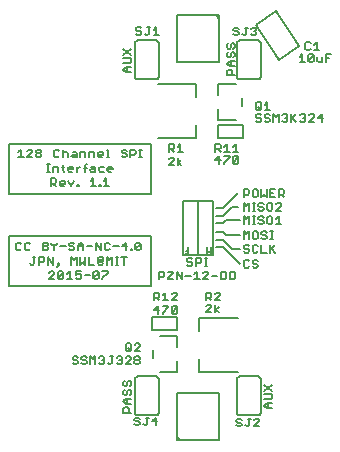
<source format=gto>
G75*
%MOIN*%
%OFA0B0*%
%FSLAX24Y24*%
%IPPOS*%
%LPD*%
%AMOC8*
5,1,8,0,0,1.08239X$1,22.5*
%
%ADD10C,0.0060*%
%ADD11C,0.0050*%
%ADD12C,0.0080*%
D10*
X008026Y016620D02*
X007983Y016663D01*
X008026Y016620D02*
X008113Y016620D01*
X008156Y016663D01*
X008156Y016707D01*
X008113Y016750D01*
X008026Y016750D01*
X007983Y016793D01*
X007983Y016837D01*
X008026Y016880D01*
X008113Y016880D01*
X008156Y016837D01*
X008277Y016837D02*
X008277Y016793D01*
X008321Y016750D01*
X008408Y016750D01*
X008451Y016707D01*
X008451Y016663D01*
X008408Y016620D01*
X008321Y016620D01*
X008277Y016663D01*
X008277Y016837D02*
X008321Y016880D01*
X008408Y016880D01*
X008451Y016837D01*
X008572Y016880D02*
X008659Y016793D01*
X008746Y016880D01*
X008746Y016620D01*
X008867Y016663D02*
X008910Y016620D01*
X008997Y016620D01*
X009040Y016663D01*
X009040Y016707D01*
X008997Y016750D01*
X008953Y016750D01*
X008997Y016750D02*
X009040Y016793D01*
X009040Y016837D01*
X008997Y016880D01*
X008910Y016880D01*
X008867Y016837D01*
X009161Y016663D02*
X009205Y016620D01*
X009248Y016620D01*
X009292Y016663D01*
X009292Y016880D01*
X009335Y016880D02*
X009248Y016880D01*
X009456Y016837D02*
X009499Y016880D01*
X009586Y016880D01*
X009630Y016837D01*
X009630Y016793D01*
X009586Y016750D01*
X009630Y016707D01*
X009630Y016663D01*
X009586Y016620D01*
X009499Y016620D01*
X009456Y016663D01*
X009543Y016750D02*
X009586Y016750D01*
X009751Y016837D02*
X009794Y016880D01*
X009881Y016880D01*
X009924Y016837D01*
X009924Y016793D01*
X009751Y016620D01*
X009924Y016620D01*
X010045Y016663D02*
X010045Y016707D01*
X010089Y016750D01*
X010175Y016750D01*
X010219Y016707D01*
X010219Y016663D01*
X010175Y016620D01*
X010089Y016620D01*
X010045Y016663D01*
X010089Y016750D02*
X010045Y016793D01*
X010045Y016837D01*
X010089Y016880D01*
X010175Y016880D01*
X010219Y016837D01*
X010219Y016793D01*
X010175Y016750D01*
X010224Y017053D02*
X010050Y017053D01*
X010224Y017227D01*
X010224Y017270D01*
X010180Y017313D01*
X010093Y017313D01*
X010050Y017270D01*
X009929Y017270D02*
X009929Y017096D01*
X009886Y017053D01*
X009799Y017053D01*
X009755Y017096D01*
X009755Y017270D01*
X009799Y017313D01*
X009886Y017313D01*
X009929Y017270D01*
X009842Y017140D02*
X009929Y017053D01*
X010160Y016210D02*
X010760Y016210D01*
X010777Y016208D01*
X010794Y016204D01*
X010810Y016197D01*
X010824Y016187D01*
X010837Y016174D01*
X010847Y016160D01*
X010854Y016144D01*
X010858Y016127D01*
X010860Y016110D01*
X010860Y015010D01*
X010858Y014993D01*
X010854Y014976D01*
X010847Y014960D01*
X010837Y014946D01*
X010824Y014933D01*
X010810Y014923D01*
X010794Y014916D01*
X010777Y014912D01*
X010760Y014910D01*
X010160Y014910D01*
X010178Y014838D02*
X010091Y014838D01*
X010048Y014794D01*
X010048Y014751D01*
X010091Y014708D01*
X010178Y014708D01*
X010222Y014664D01*
X010222Y014621D01*
X010178Y014577D01*
X010091Y014577D01*
X010048Y014621D01*
X010222Y014794D02*
X010178Y014838D01*
X010160Y014910D02*
X010143Y014912D01*
X010126Y014916D01*
X010110Y014923D01*
X010096Y014933D01*
X010083Y014946D01*
X010073Y014960D01*
X010066Y014976D01*
X010062Y014993D01*
X010060Y015010D01*
X010060Y016110D01*
X010062Y016127D01*
X010066Y016144D01*
X010073Y016160D01*
X010083Y016174D01*
X010096Y016187D01*
X010110Y016197D01*
X010126Y016204D01*
X010143Y016208D01*
X010160Y016210D01*
X009940Y016015D02*
X009940Y015928D01*
X009897Y015885D01*
X009810Y015928D02*
X009810Y016015D01*
X009853Y016058D01*
X009897Y016058D01*
X009940Y016015D01*
X009810Y015928D02*
X009767Y015885D01*
X009723Y015885D01*
X009680Y015928D01*
X009680Y016015D01*
X009723Y016058D01*
X009723Y015763D02*
X009680Y015720D01*
X009680Y015633D01*
X009723Y015590D01*
X009767Y015590D01*
X009810Y015633D01*
X009810Y015720D01*
X009853Y015763D01*
X009897Y015763D01*
X009940Y015720D01*
X009940Y015633D01*
X009897Y015590D01*
X009940Y015469D02*
X009767Y015469D01*
X009680Y015382D01*
X009767Y015295D01*
X009940Y015295D01*
X009810Y015295D02*
X009810Y015469D01*
X009810Y015174D02*
X009723Y015174D01*
X009680Y015131D01*
X009680Y015001D01*
X009940Y015001D01*
X009853Y015001D02*
X009853Y015131D01*
X009810Y015174D01*
X010429Y014838D02*
X010516Y014838D01*
X010473Y014838D02*
X010473Y014621D01*
X010429Y014577D01*
X010386Y014577D01*
X010343Y014621D01*
X010637Y014708D02*
X010811Y014708D01*
X010767Y014838D02*
X010767Y014577D01*
X010637Y014708D02*
X010767Y014838D01*
X010828Y018290D02*
X010828Y018550D01*
X010698Y018420D01*
X010872Y018420D01*
X010993Y018333D02*
X010993Y018290D01*
X010993Y018333D02*
X011166Y018507D01*
X011166Y018550D01*
X010993Y018550D01*
X010993Y018740D02*
X011166Y018740D01*
X011079Y018740D02*
X011079Y019000D01*
X010993Y018913D01*
X010872Y018870D02*
X010828Y018827D01*
X010698Y018827D01*
X010785Y018827D02*
X010872Y018740D01*
X010872Y018870D02*
X010872Y018957D01*
X010828Y019000D01*
X010698Y019000D01*
X010698Y018740D01*
X010864Y019440D02*
X010864Y019700D01*
X010994Y019700D01*
X011038Y019657D01*
X011038Y019570D01*
X010994Y019527D01*
X010864Y019527D01*
X011159Y019483D02*
X011159Y019440D01*
X011332Y019440D01*
X011453Y019440D02*
X011453Y019700D01*
X011627Y019440D01*
X011627Y019700D01*
X011748Y019570D02*
X011922Y019570D01*
X012043Y019613D02*
X012129Y019700D01*
X012129Y019440D01*
X012043Y019440D02*
X012216Y019440D01*
X012337Y019440D02*
X012511Y019613D01*
X012511Y019657D01*
X012467Y019700D01*
X012381Y019700D01*
X012337Y019657D01*
X012337Y019440D02*
X012511Y019440D01*
X012632Y019570D02*
X012805Y019570D01*
X012927Y019440D02*
X013057Y019440D01*
X013100Y019483D01*
X013100Y019657D01*
X013057Y019700D01*
X012927Y019700D01*
X012927Y019440D01*
X013221Y019440D02*
X013221Y019700D01*
X013351Y019700D01*
X013395Y019657D01*
X013395Y019483D01*
X013351Y019440D01*
X013221Y019440D01*
X012865Y019000D02*
X012778Y019000D01*
X012735Y018957D01*
X012613Y018957D02*
X012613Y018870D01*
X012570Y018827D01*
X012440Y018827D01*
X012527Y018827D02*
X012613Y018740D01*
X012735Y018740D02*
X012908Y018913D01*
X012908Y018957D01*
X012865Y019000D01*
X012613Y018957D02*
X012570Y019000D01*
X012440Y019000D01*
X012440Y018740D01*
X012483Y018600D02*
X012440Y018557D01*
X012483Y018600D02*
X012570Y018600D01*
X012613Y018557D01*
X012613Y018513D01*
X012440Y018340D01*
X012613Y018340D01*
X012735Y018340D02*
X012735Y018600D01*
X012735Y018740D02*
X012908Y018740D01*
X012865Y018513D02*
X012735Y018427D01*
X012865Y018340D01*
X012473Y019890D02*
X012386Y019890D01*
X012430Y019890D02*
X012430Y020150D01*
X012473Y020150D02*
X012386Y020150D01*
X012265Y020107D02*
X012265Y020020D01*
X012222Y019977D01*
X012092Y019977D01*
X012092Y019890D02*
X012092Y020150D01*
X012222Y020150D01*
X012265Y020107D01*
X011971Y020107D02*
X011927Y020150D01*
X011841Y020150D01*
X011797Y020107D01*
X011797Y020063D01*
X011841Y020020D01*
X011927Y020020D01*
X011971Y019977D01*
X011971Y019933D01*
X011927Y019890D01*
X011841Y019890D01*
X011797Y019933D01*
X011332Y019700D02*
X011332Y019657D01*
X011159Y019483D01*
X011159Y019700D02*
X011332Y019700D01*
X011331Y019000D02*
X011287Y018957D01*
X011331Y019000D02*
X011417Y019000D01*
X011461Y018957D01*
X011461Y018913D01*
X011287Y018740D01*
X011461Y018740D01*
X011417Y018550D02*
X011461Y018507D01*
X011287Y018333D01*
X011331Y018290D01*
X011417Y018290D01*
X011461Y018333D01*
X011461Y018507D01*
X011417Y018550D02*
X011331Y018550D01*
X011287Y018507D01*
X011287Y018333D01*
X010212Y020410D02*
X010125Y020410D01*
X010082Y020453D01*
X010255Y020627D01*
X010255Y020453D01*
X010212Y020410D01*
X010082Y020453D02*
X010082Y020627D01*
X010125Y020670D01*
X010212Y020670D01*
X010255Y020627D01*
X009978Y020453D02*
X009978Y020410D01*
X009934Y020410D01*
X009934Y020453D01*
X009978Y020453D01*
X009813Y020540D02*
X009640Y020540D01*
X009770Y020670D01*
X009770Y020410D01*
X009789Y020190D02*
X009615Y020190D01*
X009702Y020190D02*
X009702Y019930D01*
X009505Y019930D02*
X009419Y019930D01*
X009462Y019930D02*
X009462Y020190D01*
X009419Y020190D02*
X009505Y020190D01*
X009297Y020190D02*
X009297Y019930D01*
X009124Y019930D02*
X009124Y020190D01*
X009211Y020103D01*
X009297Y020190D01*
X009180Y020410D02*
X009094Y020410D01*
X009050Y020453D01*
X009050Y020627D01*
X009094Y020670D01*
X009180Y020670D01*
X009224Y020627D01*
X009345Y020540D02*
X009518Y020540D01*
X009224Y020453D02*
X009180Y020410D01*
X008929Y020410D02*
X008929Y020670D01*
X008756Y020670D02*
X008929Y020410D01*
X008756Y020410D02*
X008756Y020670D01*
X008634Y020540D02*
X008461Y020540D01*
X008340Y020540D02*
X008166Y020540D01*
X008166Y020583D02*
X008253Y020670D01*
X008340Y020583D01*
X008340Y020410D01*
X008166Y020410D02*
X008166Y020583D01*
X008045Y020627D02*
X008002Y020670D01*
X007915Y020670D01*
X007872Y020627D01*
X007872Y020583D01*
X007915Y020540D01*
X008002Y020540D01*
X008045Y020497D01*
X008045Y020453D01*
X008002Y020410D01*
X007915Y020410D01*
X007872Y020453D01*
X007751Y020540D02*
X007577Y020540D01*
X007456Y020627D02*
X007456Y020670D01*
X007456Y020627D02*
X007369Y020540D01*
X007369Y020410D01*
X007369Y020540D02*
X007282Y020627D01*
X007282Y020670D01*
X007161Y020627D02*
X007161Y020583D01*
X007118Y020540D01*
X006988Y020540D01*
X007118Y020540D02*
X007161Y020497D01*
X007161Y020453D01*
X007118Y020410D01*
X006988Y020410D01*
X006988Y020670D01*
X007118Y020670D01*
X007161Y020627D01*
X007160Y020190D02*
X007333Y019930D01*
X007333Y020190D01*
X007160Y020190D02*
X007160Y019930D01*
X007038Y020060D02*
X006995Y020017D01*
X006865Y020017D01*
X006865Y019930D02*
X006865Y020190D01*
X006995Y020190D01*
X007038Y020147D01*
X007038Y020060D01*
X007252Y019710D02*
X007209Y019667D01*
X007252Y019710D02*
X007339Y019710D01*
X007382Y019667D01*
X007382Y019623D01*
X007209Y019450D01*
X007382Y019450D01*
X007503Y019493D02*
X007677Y019667D01*
X007677Y019493D01*
X007633Y019450D01*
X007547Y019450D01*
X007503Y019493D01*
X007503Y019667D01*
X007547Y019710D01*
X007633Y019710D01*
X007677Y019667D01*
X007798Y019623D02*
X007885Y019710D01*
X007885Y019450D01*
X007798Y019450D02*
X007972Y019450D01*
X008093Y019493D02*
X008136Y019450D01*
X008223Y019450D01*
X008266Y019493D01*
X008266Y019580D01*
X008223Y019623D01*
X008179Y019623D01*
X008093Y019580D01*
X008093Y019710D01*
X008266Y019710D01*
X008387Y019580D02*
X008561Y019580D01*
X008682Y019493D02*
X008725Y019450D01*
X008812Y019450D01*
X008855Y019493D01*
X008855Y019667D01*
X008682Y019493D01*
X008682Y019667D01*
X008725Y019710D01*
X008812Y019710D01*
X008855Y019667D01*
X008977Y019710D02*
X009150Y019710D01*
X009150Y019667D01*
X008977Y019493D01*
X008977Y019450D01*
X008959Y019930D02*
X008873Y019930D01*
X008829Y019973D01*
X008829Y020147D01*
X008873Y020190D01*
X008959Y020190D01*
X009003Y020147D01*
X009003Y020060D01*
X008959Y020017D01*
X008959Y020103D01*
X008873Y020103D01*
X008873Y020017D01*
X008959Y020017D01*
X009003Y019973D02*
X008959Y019930D01*
X008708Y019930D02*
X008535Y019930D01*
X008535Y020190D01*
X008413Y020190D02*
X008413Y019930D01*
X008327Y020017D01*
X008240Y019930D01*
X008240Y020190D01*
X008119Y020190D02*
X008119Y019930D01*
X007945Y019930D02*
X007945Y020190D01*
X008032Y020103D01*
X008119Y020190D01*
X007541Y019973D02*
X007498Y019973D01*
X007498Y019930D01*
X007541Y019930D01*
X007541Y019973D01*
X007541Y019930D02*
X007454Y019843D01*
X006700Y019973D02*
X006700Y020190D01*
X006657Y020190D02*
X006744Y020190D01*
X006700Y019973D02*
X006657Y019930D01*
X006614Y019930D01*
X006570Y019973D01*
X006529Y020410D02*
X006572Y020453D01*
X006529Y020410D02*
X006442Y020410D01*
X006398Y020453D01*
X006398Y020627D01*
X006442Y020670D01*
X006529Y020670D01*
X006572Y020627D01*
X006277Y020627D02*
X006234Y020670D01*
X006147Y020670D01*
X006104Y020627D01*
X006104Y020453D01*
X006147Y020410D01*
X006234Y020410D01*
X006277Y020453D01*
X007259Y022550D02*
X007259Y022810D01*
X007389Y022810D01*
X007432Y022767D01*
X007432Y022680D01*
X007389Y022637D01*
X007259Y022637D01*
X007345Y022637D02*
X007432Y022550D01*
X007553Y022593D02*
X007553Y022680D01*
X007597Y022723D01*
X007683Y022723D01*
X007727Y022680D01*
X007727Y022637D01*
X007553Y022637D01*
X007553Y022593D02*
X007597Y022550D01*
X007683Y022550D01*
X007848Y022723D02*
X007935Y022550D01*
X008022Y022723D01*
X008143Y022593D02*
X008186Y022593D01*
X008186Y022550D01*
X008143Y022550D01*
X008143Y022593D01*
X008118Y023030D02*
X008118Y023203D01*
X008118Y023117D02*
X008205Y023203D01*
X008248Y023203D01*
X008364Y023160D02*
X008450Y023160D01*
X008407Y023247D02*
X008450Y023290D01*
X008407Y023247D02*
X008407Y023030D01*
X008560Y023073D02*
X008603Y023117D01*
X008734Y023117D01*
X008734Y023160D02*
X008734Y023030D01*
X008603Y023030D01*
X008560Y023073D01*
X008603Y023203D02*
X008690Y023203D01*
X008734Y023160D01*
X008855Y023160D02*
X008855Y023073D01*
X008898Y023030D01*
X009028Y023030D01*
X009149Y023073D02*
X009149Y023160D01*
X009193Y023203D01*
X009280Y023203D01*
X009323Y023160D01*
X009323Y023117D01*
X009149Y023117D01*
X009149Y023073D02*
X009193Y023030D01*
X009280Y023030D01*
X009113Y022810D02*
X009027Y022723D01*
X009113Y022810D02*
X009113Y022550D01*
X009027Y022550D02*
X009200Y022550D01*
X008923Y022550D02*
X008879Y022550D01*
X008879Y022593D01*
X008923Y022593D01*
X008923Y022550D01*
X008758Y022550D02*
X008585Y022550D01*
X008671Y022550D02*
X008671Y022810D01*
X008585Y022723D01*
X008855Y023160D02*
X008898Y023203D01*
X009028Y023203D01*
X008960Y023510D02*
X008874Y023510D01*
X008830Y023553D01*
X008830Y023640D01*
X008874Y023683D01*
X008960Y023683D01*
X009004Y023640D01*
X009004Y023597D01*
X008830Y023597D01*
X008709Y023640D02*
X008709Y023510D01*
X008709Y023640D02*
X008666Y023683D01*
X008536Y023683D01*
X008536Y023510D01*
X008414Y023510D02*
X008414Y023640D01*
X008371Y023683D01*
X008241Y023683D01*
X008241Y023510D01*
X008120Y023510D02*
X007990Y023510D01*
X007946Y023553D01*
X007990Y023597D01*
X008120Y023597D01*
X008120Y023640D02*
X008120Y023510D01*
X008120Y023640D02*
X008076Y023683D01*
X007990Y023683D01*
X007825Y023640D02*
X007825Y023510D01*
X007825Y023640D02*
X007782Y023683D01*
X007695Y023683D01*
X007652Y023640D01*
X007652Y023770D02*
X007652Y023510D01*
X007530Y023553D02*
X007487Y023510D01*
X007400Y023510D01*
X007357Y023553D01*
X007357Y023727D01*
X007400Y023770D01*
X007487Y023770D01*
X007530Y023727D01*
X007670Y023247D02*
X007670Y023073D01*
X007714Y023030D01*
X007823Y023073D02*
X007823Y023160D01*
X007867Y023203D01*
X007954Y023203D01*
X007997Y023160D01*
X007997Y023117D01*
X007823Y023117D01*
X007823Y023073D02*
X007867Y023030D01*
X007954Y023030D01*
X007714Y023203D02*
X007627Y023203D01*
X007506Y023160D02*
X007506Y023030D01*
X007506Y023160D02*
X007462Y023203D01*
X007332Y023203D01*
X007332Y023030D01*
X007223Y023030D02*
X007136Y023030D01*
X007179Y023030D02*
X007179Y023290D01*
X007136Y023290D02*
X007223Y023290D01*
X006941Y023553D02*
X006898Y023510D01*
X006811Y023510D01*
X006768Y023553D01*
X006768Y023597D01*
X006811Y023640D01*
X006898Y023640D01*
X006941Y023597D01*
X006941Y023553D01*
X006898Y023640D02*
X006941Y023683D01*
X006941Y023727D01*
X006898Y023770D01*
X006811Y023770D01*
X006768Y023727D01*
X006768Y023683D01*
X006811Y023640D01*
X006646Y023683D02*
X006646Y023727D01*
X006603Y023770D01*
X006516Y023770D01*
X006473Y023727D01*
X006646Y023683D02*
X006473Y023510D01*
X006646Y023510D01*
X006352Y023510D02*
X006178Y023510D01*
X006265Y023510D02*
X006265Y023770D01*
X006178Y023683D01*
X009125Y023770D02*
X009168Y023770D01*
X009168Y023510D01*
X009125Y023510D02*
X009212Y023510D01*
X009616Y023553D02*
X009659Y023510D01*
X009746Y023510D01*
X009789Y023553D01*
X009789Y023597D01*
X009746Y023640D01*
X009659Y023640D01*
X009616Y023683D01*
X009616Y023727D01*
X009659Y023770D01*
X009746Y023770D01*
X009789Y023727D01*
X009911Y023770D02*
X009911Y023510D01*
X009911Y023597D02*
X010041Y023597D01*
X010084Y023640D01*
X010084Y023727D01*
X010041Y023770D01*
X009911Y023770D01*
X010205Y023770D02*
X010292Y023770D01*
X010249Y023770D02*
X010249Y023510D01*
X010292Y023510D02*
X010205Y023510D01*
X011190Y023457D02*
X011233Y023500D01*
X011320Y023500D01*
X011363Y023457D01*
X011363Y023413D01*
X011190Y023240D01*
X011363Y023240D01*
X011485Y023240D02*
X011485Y023500D01*
X011615Y023413D02*
X011485Y023327D01*
X011615Y023240D01*
X011658Y023690D02*
X011485Y023690D01*
X011571Y023690D02*
X011571Y023950D01*
X011485Y023863D01*
X011363Y023820D02*
X011320Y023777D01*
X011190Y023777D01*
X011277Y023777D02*
X011363Y023690D01*
X011363Y023820D02*
X011363Y023907D01*
X011320Y023950D01*
X011190Y023950D01*
X011190Y023690D01*
X010760Y026110D02*
X010160Y026110D01*
X010143Y026112D01*
X010126Y026116D01*
X010110Y026123D01*
X010096Y026133D01*
X010083Y026146D01*
X010073Y026160D01*
X010066Y026176D01*
X010062Y026193D01*
X010060Y026210D01*
X010060Y027310D01*
X010062Y027327D01*
X010066Y027344D01*
X010073Y027360D01*
X010083Y027374D01*
X010096Y027387D01*
X010110Y027397D01*
X010126Y027404D01*
X010143Y027408D01*
X010160Y027410D01*
X010760Y027410D01*
X010777Y027408D01*
X010794Y027404D01*
X010810Y027397D01*
X010824Y027387D01*
X010837Y027374D01*
X010847Y027360D01*
X010854Y027344D01*
X010858Y027327D01*
X010860Y027310D01*
X010860Y026210D01*
X010858Y026193D01*
X010854Y026176D01*
X010847Y026160D01*
X010837Y026146D01*
X010824Y026133D01*
X010810Y026123D01*
X010794Y026116D01*
X010777Y026112D01*
X010760Y026110D01*
X009940Y026348D02*
X009767Y026348D01*
X009680Y026435D01*
X009767Y026521D01*
X009940Y026521D01*
X009897Y026643D02*
X009940Y026686D01*
X009940Y026773D01*
X009897Y026816D01*
X009680Y026816D01*
X009680Y026937D02*
X009940Y027111D01*
X009940Y026937D02*
X009680Y027111D01*
X009680Y026643D02*
X009897Y026643D01*
X009810Y026521D02*
X009810Y026348D01*
X010141Y027590D02*
X010098Y027633D01*
X010141Y027590D02*
X010228Y027590D01*
X010272Y027633D01*
X010272Y027677D01*
X010228Y027720D01*
X010141Y027720D01*
X010098Y027763D01*
X010098Y027807D01*
X010141Y027850D01*
X010228Y027850D01*
X010272Y027807D01*
X010393Y027633D02*
X010436Y027590D01*
X010479Y027590D01*
X010523Y027633D01*
X010523Y027850D01*
X010566Y027850D02*
X010479Y027850D01*
X010687Y027763D02*
X010774Y027850D01*
X010774Y027590D01*
X010687Y027590D02*
X010861Y027590D01*
X012748Y023950D02*
X012878Y023950D01*
X012922Y023907D01*
X012922Y023820D01*
X012878Y023777D01*
X012748Y023777D01*
X012835Y023777D02*
X012922Y023690D01*
X013043Y023690D02*
X013216Y023690D01*
X013129Y023690D02*
X013129Y023950D01*
X013043Y023863D01*
X012748Y023950D02*
X012748Y023690D01*
X012878Y023550D02*
X012748Y023420D01*
X012922Y023420D01*
X012878Y023290D02*
X012878Y023550D01*
X013043Y023550D02*
X013216Y023550D01*
X013216Y023507D01*
X013043Y023333D01*
X013043Y023290D01*
X013337Y023333D02*
X013511Y023507D01*
X013511Y023333D01*
X013467Y023290D01*
X013381Y023290D01*
X013337Y023333D01*
X013337Y023507D01*
X013381Y023550D01*
X013467Y023550D01*
X013511Y023507D01*
X013511Y023690D02*
X013337Y023690D01*
X013424Y023690D02*
X013424Y023950D01*
X013337Y023863D01*
X014133Y024690D02*
X014090Y024733D01*
X014133Y024690D02*
X014220Y024690D01*
X014263Y024733D01*
X014263Y024777D01*
X014220Y024820D01*
X014133Y024820D01*
X014090Y024863D01*
X014090Y024907D01*
X014133Y024950D01*
X014220Y024950D01*
X014263Y024907D01*
X014385Y024907D02*
X014385Y024863D01*
X014428Y024820D01*
X014515Y024820D01*
X014558Y024777D01*
X014558Y024733D01*
X014515Y024690D01*
X014428Y024690D01*
X014385Y024733D01*
X014385Y024907D02*
X014428Y024950D01*
X014515Y024950D01*
X014558Y024907D01*
X014679Y024950D02*
X014766Y024863D01*
X014853Y024950D01*
X014853Y024690D01*
X014974Y024733D02*
X015017Y024690D01*
X015104Y024690D01*
X015147Y024733D01*
X015147Y024777D01*
X015104Y024820D01*
X015061Y024820D01*
X015104Y024820D02*
X015147Y024863D01*
X015147Y024907D01*
X015104Y024950D01*
X015017Y024950D01*
X014974Y024907D01*
X015269Y024950D02*
X015269Y024690D01*
X015269Y024777D02*
X015442Y024950D01*
X015563Y024907D02*
X015607Y024950D01*
X015693Y024950D01*
X015737Y024907D01*
X015737Y024863D01*
X015693Y024820D01*
X015737Y024777D01*
X015737Y024733D01*
X015693Y024690D01*
X015607Y024690D01*
X015563Y024733D01*
X015650Y024820D02*
X015693Y024820D01*
X015858Y024907D02*
X015901Y024950D01*
X015988Y024950D01*
X016031Y024907D01*
X016031Y024863D01*
X015858Y024690D01*
X016031Y024690D01*
X016153Y024820D02*
X016326Y024820D01*
X016283Y024690D02*
X016283Y024950D01*
X016153Y024820D01*
X015442Y024690D02*
X015312Y024820D01*
X014679Y024690D02*
X014679Y024950D01*
X014558Y025090D02*
X014385Y025090D01*
X014471Y025090D02*
X014471Y025350D01*
X014385Y025263D01*
X014263Y025307D02*
X014263Y025133D01*
X014220Y025090D01*
X014133Y025090D01*
X014090Y025133D01*
X014090Y025307D01*
X014133Y025350D01*
X014220Y025350D01*
X014263Y025307D01*
X014177Y025177D02*
X014263Y025090D01*
X014160Y026110D02*
X013560Y026110D01*
X013543Y026112D01*
X013526Y026116D01*
X013510Y026123D01*
X013496Y026133D01*
X013483Y026146D01*
X013473Y026160D01*
X013466Y026176D01*
X013462Y026193D01*
X013460Y026210D01*
X013460Y027310D01*
X013390Y027265D02*
X013390Y027178D01*
X013347Y027135D01*
X013260Y027178D02*
X013260Y027265D01*
X013303Y027308D01*
X013347Y027308D01*
X013390Y027265D01*
X013260Y027178D02*
X013217Y027135D01*
X013173Y027135D01*
X013130Y027178D01*
X013130Y027265D01*
X013173Y027308D01*
X013173Y027013D02*
X013130Y026970D01*
X013130Y026883D01*
X013173Y026840D01*
X013217Y026840D01*
X013260Y026883D01*
X013260Y026970D01*
X013303Y027013D01*
X013347Y027013D01*
X013390Y026970D01*
X013390Y026883D01*
X013347Y026840D01*
X013390Y026719D02*
X013217Y026719D01*
X013130Y026632D01*
X013217Y026545D01*
X013390Y026545D01*
X013260Y026545D02*
X013260Y026719D01*
X013260Y026424D02*
X013303Y026381D01*
X013303Y026251D01*
X013390Y026251D02*
X013130Y026251D01*
X013130Y026381D01*
X013173Y026424D01*
X013260Y026424D01*
X013460Y027310D02*
X013462Y027327D01*
X013466Y027344D01*
X013473Y027360D01*
X013483Y027374D01*
X013496Y027387D01*
X013510Y027397D01*
X013526Y027404D01*
X013543Y027408D01*
X013560Y027410D01*
X014160Y027410D01*
X014177Y027408D01*
X014194Y027404D01*
X014210Y027397D01*
X014224Y027387D01*
X014237Y027374D01*
X014247Y027360D01*
X014254Y027344D01*
X014258Y027327D01*
X014260Y027310D01*
X014260Y026210D01*
X014258Y026193D01*
X014254Y026176D01*
X014247Y026160D01*
X014237Y026146D01*
X014224Y026133D01*
X014210Y026123D01*
X014194Y026116D01*
X014177Y026112D01*
X014160Y026110D01*
X014067Y027577D02*
X013981Y027577D01*
X013937Y027621D01*
X014024Y027708D02*
X014067Y027708D01*
X014111Y027664D01*
X014111Y027621D01*
X014067Y027577D01*
X014067Y027708D02*
X014111Y027751D01*
X014111Y027794D01*
X014067Y027838D01*
X013981Y027838D01*
X013937Y027794D01*
X013816Y027838D02*
X013729Y027838D01*
X013773Y027838D02*
X013773Y027621D01*
X013729Y027577D01*
X013686Y027577D01*
X013643Y027621D01*
X013521Y027621D02*
X013478Y027577D01*
X013391Y027577D01*
X013348Y027621D01*
X013391Y027708D02*
X013478Y027708D01*
X013521Y027664D01*
X013521Y027621D01*
X013391Y027708D02*
X013348Y027751D01*
X013348Y027794D01*
X013391Y027838D01*
X013478Y027838D01*
X013521Y027794D01*
X015551Y026863D02*
X015637Y026950D01*
X015637Y026690D01*
X015551Y026690D02*
X015724Y026690D01*
X015845Y026733D02*
X016019Y026907D01*
X016019Y026733D01*
X015975Y026690D01*
X015889Y026690D01*
X015845Y026733D01*
X015845Y026907D01*
X015889Y026950D01*
X015975Y026950D01*
X016019Y026907D01*
X016140Y026863D02*
X016140Y026733D01*
X016183Y026690D01*
X016313Y026690D01*
X016313Y026863D01*
X016435Y026820D02*
X016521Y026820D01*
X016435Y026690D02*
X016435Y026950D01*
X016608Y026950D01*
X016213Y027090D02*
X016040Y027090D01*
X016127Y027090D02*
X016127Y027350D01*
X016040Y027263D01*
X015919Y027307D02*
X015875Y027350D01*
X015789Y027350D01*
X015745Y027307D01*
X015745Y027133D01*
X015789Y027090D01*
X015875Y027090D01*
X015919Y027133D01*
X014999Y022440D02*
X014869Y022440D01*
X014869Y022180D01*
X014869Y022267D02*
X014999Y022267D01*
X015042Y022310D01*
X015042Y022397D01*
X014999Y022440D01*
X014955Y022267D02*
X015042Y022180D01*
X014900Y021990D02*
X014814Y021990D01*
X014770Y021947D01*
X014649Y021947D02*
X014606Y021990D01*
X014519Y021990D01*
X014476Y021947D01*
X014476Y021773D01*
X014519Y021730D01*
X014606Y021730D01*
X014649Y021773D01*
X014649Y021947D01*
X014574Y022180D02*
X014747Y022180D01*
X014661Y022310D02*
X014574Y022310D01*
X014574Y022440D02*
X014574Y022180D01*
X014453Y022180D02*
X014453Y022440D01*
X014574Y022440D02*
X014747Y022440D01*
X014453Y022180D02*
X014366Y022267D01*
X014279Y022180D01*
X014279Y022440D01*
X014158Y022397D02*
X014115Y022440D01*
X014028Y022440D01*
X013985Y022397D01*
X013985Y022223D01*
X014028Y022180D01*
X014115Y022180D01*
X014158Y022223D01*
X014158Y022397D01*
X013863Y022397D02*
X013820Y022440D01*
X013690Y022440D01*
X013690Y022180D01*
X013690Y022267D02*
X013820Y022267D01*
X013863Y022310D01*
X013863Y022397D01*
X013863Y021990D02*
X013863Y021730D01*
X013985Y021730D02*
X014071Y021730D01*
X014028Y021730D02*
X014028Y021990D01*
X013985Y021990D02*
X014071Y021990D01*
X014181Y021947D02*
X014181Y021903D01*
X014224Y021860D01*
X014311Y021860D01*
X014355Y021817D01*
X014355Y021773D01*
X014311Y021730D01*
X014224Y021730D01*
X014181Y021773D01*
X014181Y021947D02*
X014224Y021990D01*
X014311Y021990D01*
X014355Y021947D01*
X014311Y021540D02*
X014224Y021540D01*
X014181Y021497D01*
X014181Y021453D01*
X014224Y021410D01*
X014311Y021410D01*
X014355Y021367D01*
X014355Y021323D01*
X014311Y021280D01*
X014224Y021280D01*
X014181Y021323D01*
X014071Y021280D02*
X013985Y021280D01*
X014028Y021280D02*
X014028Y021540D01*
X013985Y021540D02*
X014071Y021540D01*
X013863Y021540D02*
X013863Y021280D01*
X013690Y021280D02*
X013690Y021540D01*
X013777Y021453D01*
X013863Y021540D01*
X013690Y021730D02*
X013690Y021990D01*
X013777Y021903D01*
X013863Y021990D01*
X014311Y021540D02*
X014355Y021497D01*
X014476Y021497D02*
X014476Y021323D01*
X014519Y021280D01*
X014606Y021280D01*
X014649Y021323D01*
X014649Y021497D01*
X014606Y021540D01*
X014519Y021540D01*
X014476Y021497D01*
X014770Y021453D02*
X014857Y021540D01*
X014857Y021280D01*
X014770Y021280D02*
X014944Y021280D01*
X014944Y021730D02*
X014770Y021730D01*
X014944Y021903D01*
X014944Y021947D01*
X014900Y021990D01*
X014661Y021040D02*
X014574Y021040D01*
X014617Y021040D02*
X014617Y020780D01*
X014574Y020780D02*
X014661Y020780D01*
X014747Y020590D02*
X014574Y020417D01*
X014617Y020460D02*
X014747Y020330D01*
X014574Y020330D02*
X014574Y020590D01*
X014409Y020780D02*
X014323Y020780D01*
X014279Y020823D01*
X014323Y020910D02*
X014409Y020910D01*
X014453Y020867D01*
X014453Y020823D01*
X014409Y020780D01*
X014323Y020910D02*
X014279Y020953D01*
X014279Y020997D01*
X014323Y021040D01*
X014409Y021040D01*
X014453Y020997D01*
X014158Y020997D02*
X014115Y021040D01*
X014028Y021040D01*
X013985Y020997D01*
X013985Y020823D01*
X014028Y020780D01*
X014115Y020780D01*
X014158Y020823D01*
X014158Y020997D01*
X013863Y021040D02*
X013863Y020780D01*
X013690Y020780D02*
X013690Y021040D01*
X013777Y020953D01*
X013863Y021040D01*
X013820Y020590D02*
X013733Y020590D01*
X013690Y020547D01*
X013690Y020503D01*
X013733Y020460D01*
X013820Y020460D01*
X013863Y020417D01*
X013863Y020373D01*
X013820Y020330D01*
X013733Y020330D01*
X013690Y020373D01*
X013863Y020547D02*
X013820Y020590D01*
X013985Y020547D02*
X013985Y020373D01*
X014028Y020330D01*
X014115Y020330D01*
X014158Y020373D01*
X014279Y020330D02*
X014453Y020330D01*
X014279Y020330D02*
X014279Y020590D01*
X014158Y020547D02*
X014115Y020590D01*
X014028Y020590D01*
X013985Y020547D01*
X014028Y020090D02*
X013985Y020047D01*
X013985Y020003D01*
X014028Y019960D01*
X014115Y019960D01*
X014158Y019917D01*
X014158Y019873D01*
X014115Y019830D01*
X014028Y019830D01*
X013985Y019873D01*
X013863Y019873D02*
X013820Y019830D01*
X013733Y019830D01*
X013690Y019873D01*
X013690Y020047D01*
X013733Y020090D01*
X013820Y020090D01*
X013863Y020047D01*
X014028Y020090D02*
X014115Y020090D01*
X014158Y020047D01*
X014160Y016210D02*
X013560Y016210D01*
X013543Y016208D01*
X013526Y016204D01*
X013510Y016197D01*
X013496Y016187D01*
X013483Y016174D01*
X013473Y016160D01*
X013466Y016144D01*
X013462Y016127D01*
X013460Y016110D01*
X013460Y015010D01*
X013462Y014993D01*
X013466Y014976D01*
X013473Y014960D01*
X013483Y014946D01*
X013496Y014933D01*
X013510Y014923D01*
X013526Y014916D01*
X013543Y014912D01*
X013560Y014910D01*
X014160Y014910D01*
X014177Y014912D01*
X014194Y014916D01*
X014210Y014923D01*
X014224Y014933D01*
X014237Y014946D01*
X014247Y014960D01*
X014254Y014976D01*
X014258Y014993D01*
X014260Y015010D01*
X014260Y016110D01*
X014258Y016127D01*
X014254Y016144D01*
X014247Y016160D01*
X014237Y016174D01*
X014224Y016187D01*
X014210Y016197D01*
X014194Y016204D01*
X014177Y016208D01*
X014160Y016210D01*
X014380Y015911D02*
X014640Y015737D01*
X014597Y015616D02*
X014380Y015616D01*
X014380Y015737D02*
X014640Y015911D01*
X014597Y015616D02*
X014640Y015573D01*
X014640Y015486D01*
X014597Y015443D01*
X014380Y015443D01*
X014467Y015321D02*
X014380Y015235D01*
X014467Y015148D01*
X014640Y015148D01*
X014510Y015148D02*
X014510Y015321D01*
X014467Y015321D02*
X014640Y015321D01*
X014167Y014800D02*
X014081Y014800D01*
X014037Y014757D01*
X013916Y014800D02*
X013829Y014800D01*
X013873Y014800D02*
X013873Y014583D01*
X013829Y014540D01*
X013786Y014540D01*
X013743Y014583D01*
X013622Y014583D02*
X013578Y014540D01*
X013491Y014540D01*
X013448Y014583D01*
X013491Y014670D02*
X013578Y014670D01*
X013622Y014627D01*
X013622Y014583D01*
X013491Y014670D02*
X013448Y014713D01*
X013448Y014757D01*
X013491Y014800D01*
X013578Y014800D01*
X013622Y014757D01*
X014037Y014540D02*
X014211Y014713D01*
X014211Y014757D01*
X014167Y014800D01*
X014211Y014540D02*
X014037Y014540D01*
X008572Y016620D02*
X008572Y016880D01*
D11*
X010673Y016822D02*
X010673Y017098D01*
X010889Y017551D02*
X011480Y017551D01*
X011480Y017196D01*
X011480Y016724D02*
X011480Y016369D01*
X010889Y016369D01*
X011451Y015647D02*
X012869Y015647D01*
X012869Y014073D01*
X011569Y014073D01*
X011451Y014191D01*
X011451Y014112D01*
X011491Y014112D01*
X011451Y014112D02*
X011451Y014073D01*
X011569Y014073D01*
X011451Y014191D02*
X011451Y015647D01*
X011480Y017740D02*
X010640Y017740D01*
X010640Y018180D01*
X011480Y018180D01*
X011480Y017740D01*
X010585Y019230D02*
X010585Y020903D01*
X005861Y020903D01*
X005861Y019230D01*
X010585Y019230D01*
X011660Y020260D02*
X011660Y022060D01*
X012160Y022060D01*
X012160Y020260D01*
X011660Y020260D01*
X011720Y020300D02*
X011820Y020300D01*
X011830Y020310D02*
X011830Y020390D01*
X011760Y020390D01*
X011830Y020390D02*
X011830Y020520D01*
X012160Y020260D02*
X012660Y020260D01*
X012660Y022060D01*
X012160Y022060D01*
X012760Y021810D02*
X013010Y021810D01*
X013510Y022310D01*
X013510Y021860D02*
X013310Y021860D01*
X013010Y021560D01*
X012760Y021560D01*
X012760Y021310D02*
X013010Y021310D01*
X013110Y021410D01*
X013560Y021410D01*
X013560Y020910D02*
X013110Y020910D01*
X013010Y021010D01*
X012760Y021010D01*
X012760Y020760D02*
X013010Y020760D01*
X013310Y020460D01*
X013560Y020460D01*
X013560Y019960D02*
X013010Y020510D01*
X012760Y020510D01*
X012600Y020510D02*
X012600Y020310D01*
X012540Y020370D01*
X012470Y020310D01*
X012470Y020510D01*
X010588Y022285D02*
X010588Y023958D01*
X005864Y023958D01*
X005864Y022285D01*
X010588Y022285D01*
X012840Y024140D02*
X012840Y024580D01*
X013680Y024580D01*
X013680Y024140D01*
X012840Y024140D01*
X012840Y024769D02*
X013431Y024769D01*
X013647Y025222D02*
X013647Y025498D01*
X013431Y025951D02*
X012840Y025951D01*
X012840Y025596D01*
X012840Y025124D02*
X012840Y024769D01*
X012869Y026673D02*
X011451Y026673D01*
X011451Y028247D01*
X012751Y028247D01*
X012869Y028129D01*
X012869Y028208D01*
X012829Y028208D01*
X012869Y028208D02*
X012869Y028247D01*
X012751Y028247D01*
X012869Y028129D02*
X012869Y026673D01*
X014090Y027927D02*
X014753Y028375D01*
X015536Y027214D01*
X014873Y026767D01*
X014090Y027927D01*
D12*
X012110Y025965D02*
X012110Y025532D01*
X012110Y025965D02*
X010820Y025965D01*
X010820Y024154D02*
X012110Y024154D01*
X012110Y024588D01*
X012210Y018166D02*
X012210Y017732D01*
X012210Y018166D02*
X013500Y018166D01*
X013500Y016354D02*
X012210Y016354D01*
X012210Y016788D01*
M02*

</source>
